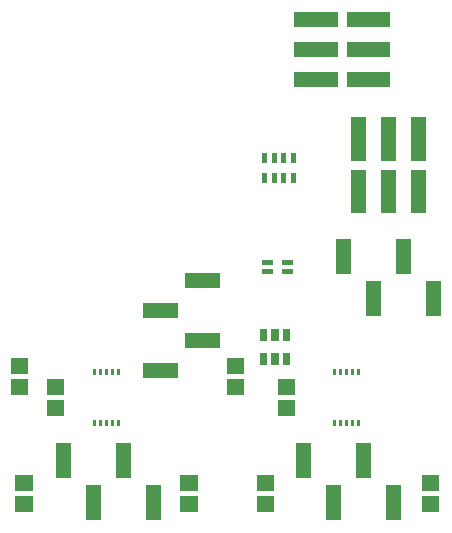
<source format=gbr>
G04 start of page 10 for group -4015 idx -4015 *
G04 Title: (unknown), toppaste *
G04 Creator: pcb 20140316 *
G04 CreationDate: Wed 30 Mar 2016 07:58:56 PM GMT UTC *
G04 For: ndholmes *
G04 Format: Gerber/RS-274X *
G04 PCB-Dimensions (mil): 2100.00 2700.00 *
G04 PCB-Coordinate-Origin: lower left *
%MOIN*%
%FSLAX25Y25*%
%LNTOPPASTE*%
%ADD73R,0.0100X0.0100*%
%ADD72R,0.0167X0.0167*%
%ADD71R,0.0500X0.0500*%
%ADD70R,0.0240X0.0240*%
%ADD69R,0.0512X0.0512*%
G54D69*X34607Y100457D02*X35393D01*
X34607Y107543D02*X35393D01*
X91107Y61457D02*X91893D01*
X91107Y68543D02*X91893D01*
X46607Y100543D02*X47393D01*
X46607Y93457D02*X47393D01*
X171607Y61457D02*X172393D01*
X171607Y68543D02*X172393D01*
X116607Y61457D02*X117393D01*
X116607Y68543D02*X117393D01*
X36107Y61457D02*X36893D01*
X36107Y68543D02*X36893D01*
G54D70*X124000Y118800D02*Y117200D01*
X120100Y118800D02*Y117200D01*
X116200Y118800D02*Y117200D01*
Y110600D02*Y109000D01*
X120100Y110600D02*Y109000D01*
X124000Y110600D02*Y109000D01*
G54D69*X106607Y100457D02*X107393D01*
X106607Y107543D02*X107393D01*
X123607Y100543D02*X124393D01*
X123607Y93457D02*X124393D01*
G54D71*X78587Y106000D02*X85240D01*
X92760Y116000D02*X99413D01*
X78587Y126000D02*X85240D01*
X92760Y136000D02*X99413D01*
G54D72*X116776Y171087D02*Y169217D01*
X119925Y171087D02*Y169217D01*
X123075Y171087D02*Y169217D01*
X126224Y171087D02*Y169217D01*
Y177783D02*Y175913D01*
X123075Y177783D02*Y175913D01*
X119925Y177783D02*Y175913D01*
X116776Y177783D02*Y175913D01*
X116717Y142075D02*X118587D01*
X116717Y138925D02*X118587D01*
X123413D02*X125283D01*
X123413Y142075D02*X125283D01*
G54D71*X143000Y147413D02*Y140760D01*
X153000Y133240D02*Y126587D01*
X163000Y147413D02*Y140760D01*
X173000Y133240D02*Y126587D01*
X129500Y79413D02*Y72760D01*
X139500Y65240D02*Y58587D01*
X149500Y79413D02*Y72760D01*
X159500Y65240D02*Y58587D01*
X49500Y79499D02*Y72846D01*
X59500Y65326D02*Y58673D01*
X69500Y79499D02*Y72846D01*
X79500Y65326D02*Y58673D01*
X129016Y223000D02*X138504D01*
X129016Y213000D02*X138504D01*
X129016Y203000D02*X138504D01*
X146496D02*X155984D01*
X146496Y213000D02*X155984D01*
X146496Y223000D02*X155984D01*
X148000Y170504D02*Y161016D01*
X158000Y170504D02*Y161016D01*
X168000Y170504D02*Y161016D01*
Y187984D02*Y178496D01*
X158000Y187984D02*Y178496D01*
X148000Y187984D02*Y178496D01*
G54D73*X60063Y89000D02*Y88000D01*
X62031Y89000D02*Y88000D01*
X64000Y89000D02*Y88000D01*
X65969Y89000D02*Y88000D01*
X67937Y89000D02*Y88000D01*
Y106000D02*Y105000D01*
X65969Y106000D02*Y105000D01*
X64000Y106000D02*Y105000D01*
X62031Y106000D02*Y105000D01*
X60063Y106000D02*Y105000D01*
X140063Y89000D02*Y88000D01*
X142031Y89000D02*Y88000D01*
X144000Y89000D02*Y88000D01*
X145969Y89000D02*Y88000D01*
X147937Y89000D02*Y88000D01*
Y106000D02*Y105000D01*
X145969Y106000D02*Y105000D01*
X144000Y106000D02*Y105000D01*
X142031Y106000D02*Y105000D01*
X140063Y106000D02*Y105000D01*
M02*

</source>
